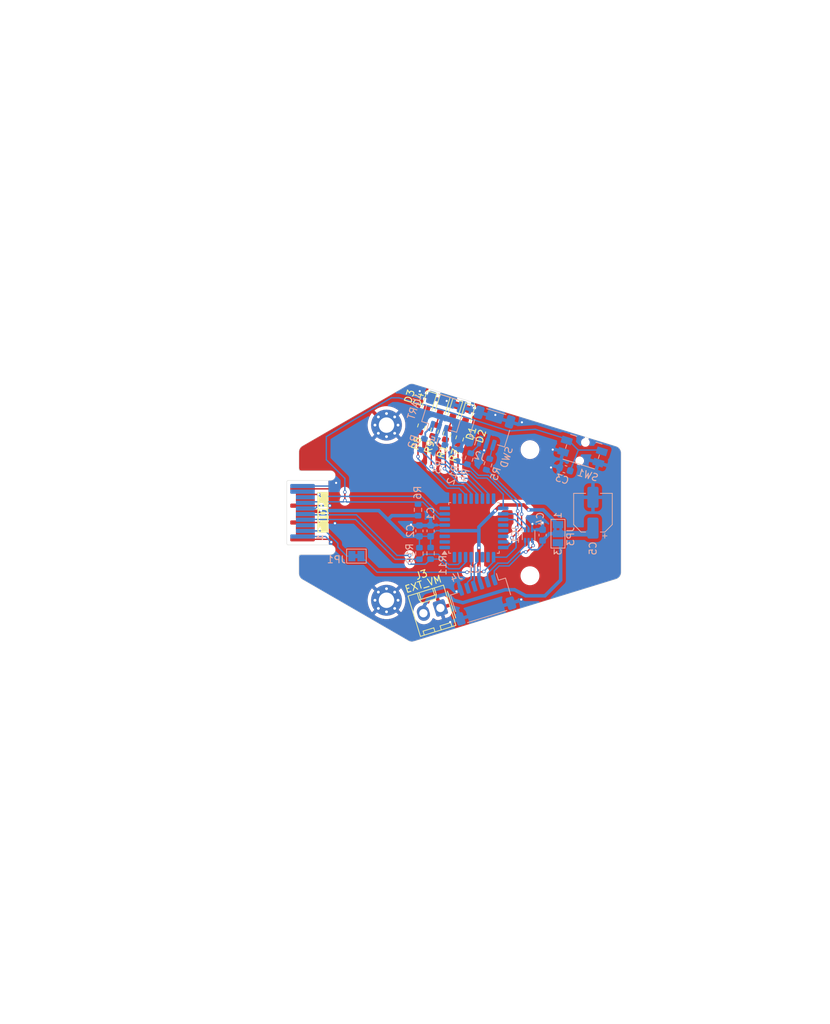
<source format=kicad_pcb>
(kicad_pcb (version 20240108) (generator "pcbnew") (generator_version "8.0")
  (layers (0 "F.Cu" signal) (31 "B.Cu" signal) (34 "B.Paste" user) (35 "F.Paste" user) (36 "B.SilkS" user "B.Silkscreen") (37 "F.SilkS" user "F.Silkscreen") (38 "B.Mask" user) (39 "F.Mask" user) (44 "Edge.Cuts" user))
  (net 0 "")
  (net 1 "/LS_A")
  (net 2 "/LS_B")
  (net 3 "/SDA")
  (net 4 "/SCL")
  (net 5 "/LS_D")
  (net 6 "/LS_E")
  (net 7 "/HS_F")
  (net 8 "/HS_G")
  (net 9 "/HS_H")
  (net 10 "/HS_I")
  (net 11 "Net-(D1-A)")
  (net 21 "GND")
  (net 22 "+3.3V")
  (net 23 "Net-(D2-A)")
  (net 24 "Net-(D3-A)")
  (net 25 "Net-(D4-A)")
  (net 26 "/PWM_DRIVE1")
  (net 27 "Net-(IC1-OUT1)")
  (net 28 "/PWM_DRIVE2")
  (net 29 "Net-(IC1-OUT2)")
  (net 30 "Net-(J2-Pin_1)")
  (net 31 "Net-(J2-Pin_3)")
  (net 32 "Net-(J3-Pin_2)")
  (net 33 "/ENC_B")
  (net 34 "/ENC_A")
  (net 35 "Net-(J5-Pin_3)")
  (net 36 "Net-(J5-Pin_1)")
  (net 37 "/SWDIO")
  (net 38 "/UART3_RX")
  (net 39 "/UART3_TX")
  (net 43 "Net-(U1-PA6)")
  (net 44 "Net-(U1-PA7)")
  (net 45 "/VM")
  (net 46 "/RST")
  (net 47 "/SWCLK-BOOT0")
  (net 48 "Net-(U1-PA4)")
  (net 49 "Net-(U1-PA5)")
  (footprint "nodular:nodule-edge-connector" (layer "F.Cu") (at 98.25 100)
    (property "Reference" "J1" (hide yes))
    (property "Value" "Nodule-Connector" (hide yes))
    (fp_line (start 0 4.4) (end 0 -4.4) (stroke (width 0.05)) (layer "Edge.Cuts"))
    (fp_line (start 6.25 -6) (end 2 -6) (stroke (width 0.05)) (layer "Edge.Cuts"))
    (fp_line (start 6.25 -4.6) (end 0.2 -4.6) (stroke (width 0.05)) (layer "Edge.Cuts"))
    (fp_line (start 6.25 4.6) (end 0.2 4.6) (stroke (width 0.05)) (layer "Edge.Cuts"))
    (fp_line (start 6.25 6) (end 2 6) (stroke (width 0.05)) (layer "Edge.Cuts"))
    (fp_arc (start 0 -4.4) (mid 0.058579 -4.541421) (end 0.2 -4.6) (stroke (width 0.05)) (layer "Edge.Cuts"))
    (fp_arc (start 0.2 4.6) (mid 0.058579 4.541421) (end 0 4.4) (stroke (width 0.05)) (layer "Edge.Cuts"))
    (fp_arc (start 6.25 -6) (mid 6.744975 -5.794975) (end 6.95 -5.3) (stroke (width 0.05)) (layer "Edge.Cuts"))
    (fp_arc (start 6.25 4.6) (mid 6.744975 4.805025) (end 6.95 5.3) (stroke (width 0.05)) (layer "Edge.Cuts"))
    (fp_arc (start 6.95 -5.3) (mid 6.744975 -4.805025) (end 6.25 -4.6) (stroke (width 0.05)) (layer "Edge.Cuts"))
    (fp_arc (start 6.95 5.3) (mid 6.744975 5.794975) (end 6.25 6) (stroke (width 0.05)) (layer "Edge.Cuts"))
  )
  (footprint "LED_SMD:LED_0603_1608Metric_Pad1.05x0.95mm_HandSolder" (layer "F.Cu") (at 122.2 85.5 -107.14)
    (property "Reference" "D1")
    (property "Value" "LED")
  )
  (footprint "LED_SMD:LED_0603_1608Metric_Pad1.05x0.95mm_HandSolder" (layer "F.Cu") (at 118.5 84.4 -107.14)
    (property "Reference" "D3")
    (property "Value" "LED")
  )
  (footprint "LED_SMD:LED_0603_1608Metric_Pad1.05x0.95mm_HandSolder" (layer "F.Cu") (at 124 86.1 -107.14)
    (property "Reference" "D2")
    (property "Value" "LED")
  )
  (footprint "Resistor_SMD:R_0603_1608Metric" (layer "F.Cu") (at 122.956866 89.4 -107.14)
    (property "Reference" "R7")
    (property "Value" "1kΩ")
  )
  (footprint "LED_SMD:LED_0603_1608Metric_Pad1.05x0.95mm_HandSolder" (layer "F.Cu") (at 120.4 84.9 -107.14)
    (property "Reference" "D4")
    (property "Value" "LED")
  )
  (footprint "MountingHole:MountingHole_2.2mm_M2_Pad_Via" (layer "F.Cu") (at 112.5 87.5)
    (property "Reference" "H2" (hide yes))
    (property "Value" "MountingHole_Pad")
  )
  (footprint "Resistor_SMD:R_0603_1608Metric" (layer "F.Cu") (at 121.156866 88.78836 72.86)
    (property "Reference" "R1")
    (property "Value" "1kΩ")
  )
  (footprint "MountingHole:MountingHole_2.2mm_M2" (layer "F.Cu") (at 133 109)
    (property "Reference" "H4" (hide yes))
    (property "Value" "MountingHole")
  )
  (footprint "Resistor_SMD:R_0603_1608Metric" (layer "F.Cu") (at 119.356866 88.28836 72.86)
    (property "Reference" "R9")
    (property "Value" "1kΩ")
  )
  (footprint "MountingHole:MountingHole_2.2mm_M2" (layer "F.Cu") (at 133 91)
    (property "Reference" "H3" (hide yes))
    (property "Value" "MountingHole")
  )
  (footprint "Resistor_SMD:R_0603_1608Metric" (layer "F.Cu") (at 117.5 87.7 72.86)
    (property "Reference" "R8")
    (property "Value" "1kΩ")
  )
  (footprint "Connector_Molex:Molex_KK-254_AE-6410-02A_1x02_P2.54mm_Vertical" (layer "F.Cu") (at 120.2 113.6 -162.86)
    (property "Reference" "J3")
    (property "Value" "EXT_VM")
  )
  (footprint "MountingHole:MountingHole_2.2mm_M2_Pad_Via" (layer "F.Cu") (at 112.5 112.5)
    (property "Reference" "H1" (hide yes))
    (property "Value" "MountingHole_Pad")
  )
  (footprint "Resistor_SMD:R_0603_1608Metric" (layer "B.Cu") (at 117.65 90.25 72.861)
    (property "Reference" "R2")
    (property "Value" "100Ω")
  )
  (footprint "Capacitor_SMD:CP_Elec_5x5.4" (layer "B.Cu") (at 142 100 90)
    (property "Reference" "C5")
    (property "Value" "22µF")
  )
  (footprint "Connector_JST:JST_SH_SM03B-SRSS-TB_1x03-1MP_P1.00mm_Horizontal" (layer "B.Cu") (at 127.4 88.15 -17.14)
    (property "Reference" "J2")
    (property "Value" "SWD")
  )
  (footprint "Resistor_SMD:R_0603_1608Metric" (layer "B.Cu") (at 127 93.1 72.861)
    (property "Reference" "R5")
    (property "Value" "100Ω")
  )
  (footprint "Package_QFP:LQFP-32_7x7mm_P0.8mm" (layer "B.Cu") (at 125 102.175)
    (property "Reference" "U1")
    (property "Value" "STM32G070KBTx")
  )
  (footprint "Resistor_SMD:R_0603_1608Metric" (layer "B.Cu") (at 124.3 92.3 72.861)
    (property "Reference" "R4")
    (property "Value" "100Ω")
  )
  (footprint "Resistor_SMD:R_0603_1608Metric" (layer "B.Cu") (at 118.8 105.8 -90)
    (property "Reference" "R11")
    (property "Value" "2.2kΩ")
  )
  (footprint "Connector_JST:JST_SH_SM03B-SRSS-TB_1x03-1MP_P1.00mm_Horizontal" (layer "B.Cu") (at 120.55 86.05 -17.14)
    (property "Reference" "J5")
    (property "Value" "UART")
  )
  (footprint "Capacitor_SMD:C_0603_1608Metric" (layer "B.Cu") (at 134.8 103.2 -90)
    (property "Reference" "C4")
    (property "Value" "100nF")
  )
  (footprint "Capacitor_SMD:C_0603_1608Metric" (layer "B.Cu") (at 117.2 102.6 -90)
    (property "Reference" "C2")
    (property "Value" "4.7µF")
  )
  (footprint "Resistor_SMD:R_0603_1608Metric" (layer "B.Cu") (at 120.6 91.15 72.861)
    (property "Reference" "R3")
    (property "Value" "100Ω")
  )
  (footprint "Button_Switch_SMD:Panasonic_EVQPUL_EVQPUC" (layer "B.Cu") (at 140.507916 91.285857 162.86)
    (property "Reference" "SW1")
    (property "Value" "SW_Push")
  )
  (footprint "Resistor_SMD:R_0603_1608Metric" (layer "B.Cu") (at 122.8 91.8 72.861)
    (property "Reference" "R12")
    (property "Value" "10kΩ")
  )
  (footprint "Jumper:SolderJumper-2_P1.3mm_Bridged_Pad1.0x1.5mm" (layer "B.Cu") (at 108.2 106.2)
    (property "Reference" "JP1")
    (property "Value" "BL")
  )
  (footprint "Capacitor_SMD:C_0603_1608Metric" (layer "B.Cu") (at 138 93.8 162.86)
    (property "Reference" "C3")
    (property "Value" "100nF")
  )
  (footprint "Package_TO_SOT_SMD:SOT-563" (layer "B.Cu") (at 132.8 103.2 -90)
    (property "Reference" "IC1")
    (property "Value" "DRV8210")
  )
  (footprint "Capacitor_SMD:C_0603_1608Metric" (layer "B.Cu") (at 118.8 102.6 -90)
    (property "Reference" "C1")
    (property "Value" "100nF")
  )
  (footprint "Jumper:SolderJumper-3_P1.3mm_Bridged2Bar12_Pad1.0x1.5mm_NumberLabels" (layer "B.Cu") (at 137 103 -90)
    (property "Reference" "JP3")
    (property "Value" "Jumper_3_Bridged12")
  )
  (footprint "Connector_JST:JST_SH_SM06B-SRSS-TB_1x06-1MP_P1.00mm_Horizontal" (layer "B.Cu") (at 126.1 112.25 -162.86)
    (property "Reference" "J4")
    (property "Value" "MMME")
  )
  (footprint "Resistor_SMD:R_0603_1608Metric" (layer "B.Cu") (at 117.2 105.825 -90)
    (property "Reference" "R10")
    (property "Value" "2.2kΩ")
  )
  (footprint "Resistor_SMD:R_0603_1608Metric" (layer "B.Cu") (at 117 99.6 90)
    (property "Reference" "R6")
    (property "Value" "10kΩ")
  )
  (gr_line (start 100.5 90.473725) (end 115.6226 81.742686) (stroke (width 0.05)) (layer "Edge.Cuts"))
  (gr_arc (start 100.25 94) (mid 100.073223 93.926777) (end 100 93.75) (stroke (width 0.1)) (layer "Edge.Cuts"))
  (gr_arc (start 116.416524 118.347112) (mid 116.010203 118.384947) (end 115.6226 118.257308) (stroke (width 0.05)) (layer "Edge.Cuts"))
  (gr_line (start 100.5 109.526269) (end 115.6226 118.257308) (stroke (width 0.05)) (layer "Edge.Cuts"))
  (gr_line (start 100 93.75) (end 100 91.33975) (stroke (width 0.05)) (layer "Edge.Cuts"))
  (gr_line (start 145.293924 109.467123) (end 116.416524 118.347112) (stroke (width 0.05)) (layer "Edge.Cuts"))
  (gr_arc (start 115.6226 81.742686) (mid 116.010203 81.615048) (end 116.416524 81.652882) (stroke (width 0.05)) (layer "Edge.Cuts"))
  (gr_arc (start 100 91.33975) (mid 100.133975 90.83975) (end 100.5 90.473725) (stroke (width 0.05)) (layer "Edge.Cuts"))
  (gr_arc (start 146 108.511294) (mid 145.804342 109.105467) (end 145.293924 109.467123) (stroke (width 0.05)) (layer "Edge.Cuts"))
  (gr_line (start 100 106.25) (end 100 108.660243) (stroke (width 0.05)) (layer "Edge.Cuts"))
  (gr_arc (start 100 106.25) (mid 100.073223 106.073223) (end 100.25 106) (stroke (width 0.1)) (layer "Edge.Cuts"))
  (gr_line (start 116.416524 81.652882) (end 145.293924 90.532877) (stroke (width 0.05)) (layer "Edge.Cuts"))
  (gr_arc (start 100.5 109.526269) (mid 100.133975 109.160243) (end 100 108.660243) (stroke (width 0.05)) (layer "Edge.Cuts"))
  (gr_arc (start 145.293924 90.532877) (mid 145.80434 90.894536) (end 146 91.488706) (stroke (width 0.05)) (layer "Edge.Cuts"))
  (gr_line (start 146 91.488706) (end 146 108.511294) (stroke (width 0.05)) (layer "Edge.Cuts"))
  (segment (start 106.85 106.2) (end 107.55 106.2) (width 0.2) (layer "B.Cu") (net 1))
  (segment (start 100.9 102.6) (end 103.777818 102.6) (width 0.2) (layer "B.Cu") (net 1))
  (segment (start 105.55 104.372182) (end 105.55 104.9) (width 0.2) (layer "B.Cu") (net 1))
  (segment (start 103.777818 102.6) (end 105.55 104.372182) (width 0.2) (layer "B.Cu") (net 1))
  (segment (start 105.55 104.9) (end 106.85 106.2) (width 0.2) (layer "B.Cu") (net 1))
  (segment (start 100.9 101) (end 100.931587 100.968413) (width 0.2) (layer "B.Cu") (net 3))
  (segment (start 108.068413 100.968413) (end 113.75 106.65) (width 0.2) (layer "B.Cu") (net 3))
  (segment (start 123 107.099999) (end 122.699999 107.4) (width 0.2) (layer "B.Cu") (net 3))
  (segment (start 117.925 105.925) (end 117.2 106.65) (width 0.2) (layer "B.Cu") (net 3))
  (segment (start 121.365686 107.4) (end 119.890686 105.925) (width 0.2) (layer "B.Cu") (net 3))
  (segment (start 113.75 106.65) (end 117.2 106.65) (width 0.2) (layer "B.Cu") (net 3))
  (segment (start 122.699999 107.4) (end 121.365686 107.4) (width 0.2) (layer "B.Cu") (net 3))
  (segment (start 123 106.35) (end 123 107.099999) (width 0.2) (layer "B.Cu") (net 3))
  (segment (start 119.890686 105.925) (end 117.925 105.925) (width 0.2) (layer "B.Cu") (net 3))
  (segment (start 100.931587 100.968413) (end 108.068413 100.968413) (width 0.2) (layer "B.Cu") (net 3))
  (segment (start 115.8 106.1) (end 115.8 107.2) (width 0.2) (layer "F.Cu") (net 4))
  (via (at 115.8 106.1) (size 0.5) (drill 0.3) (layers "F.Cu" "B.Cu") (net 4))
  (via (at 115.8 107.2) (size 0.5) (drill 0.3) (layers "F.Cu" "B.Cu") (net 4))
  (segment (start 101 100.3) (end 108.2 100.3) (width 0.2) (layer "B.Cu") (net 4))
  (segment (start 115.8 107.2) (end 115.95 107.35) (width 0.2) (layer "B.Cu") (net 4))
  (segment (start 123.8 107.099999) (end 122.899999 108) (width 0.2) (layer "B.Cu") (net 4))
  (segment (start 120.025 106.625) (end 118.8 106.625) (width 0.2) (layer "B.Cu") (net 4))
  (segment (start 123.8 106.35) (end 123.8 107.099999) (width 0.2) (layer "B.Cu") (net 4))
  (segment (start 118.075 107.35) (end 118.8 106.625) (width 0.2) (layer "B.Cu") (net 4))
  (segment (start 108.2 100.3) (end 114 106.1) (width 0.2) (layer "B.Cu") (net 4))
  (segment (start 100.9 100.2) (end 101 100.3) (width 0.2) (layer "B.Cu") (net 4))
  (segment (start 115.95 107.35) (end 118.075 107.35) (width 0.2) (layer "B.Cu") (net 4))
  (segment (start 121.4 108) (end 120.025 106.625) (width 0.2) (layer "B.Cu") (net 4))
  (segment (start 114 106.1) (end 115.8 106.1) (width 0.2) (layer "B.Cu") (net 4))
  (segment (start 122.899999 108) (end 121.4 108) (width 0.2) (layer "B.Cu") (net 4))
  (segment (start 100.902433 97.397567) (end 100.9 97.4) (width 0.2) (layer "F.Cu") (net 7))
  (segment (start 102.81074 97.397567) (end 100.902433 97.397567) (width 0.2) (layer "F.Cu") (net 7))
  (via (at 102.81074 97.397567) (size 0.5) (drill 0.3) (layers "F.Cu" "B.Cu") (net 7))
  (segment (start 117.475 97.675) (end 119.975 100.175) (width 0.2) (layer "B.Cu") (net 7))
  (segment (start 102.81074 97.397567) (end 103.088173 97.675) (width 0.2) (layer "B.Cu") (net 7))
  (segment (start 119.975 100.175) (end 120.825 100.175) (width 0.2) (layer "B.Cu") (net 7))
  (segment (start 103.088173 97.675) (end 117.475 97.675) (width 0.2) (layer "B.Cu") (net 7))
  (segment (start 121.942131 86.336139) (end 121.4 88) (width 0.2) (layer "F.Cu") (net 11))
  (segment (start 105.3 95.75) (end 104.45 96.6) (width 0.2) (layer "F.Cu") (net 21))
  (segment (start 104.6 104.2) (end 104.2 103.8) (width 0.2) (layer "F.Cu") (net 21))
  (segment (start 104.2 103.8) (end 100.5 103.8) (width 0.2) (layer "F.Cu") (net 21))
  (segment (start 104.4 99) (end 100.5 99) (width 0.2) (layer "F.Cu") (net 21))
  (segment (start 105.013174 101.4) (end 105.131587 101.518413) (width 0.2) (layer "F.Cu") (net 21))
  (segment (start 100.5 101.4) (end 105.013174 101.4) (width 0.2) (layer "F.Cu") (net 21))
  (segment (start 104.45 96.6) (end 100.5 96.6) (width 0.2) (layer "F.Cu") (net 21))
  (via (at 124.8 84.7) (size 0.5) (drill 0.3) (layers "F.Cu" "B.Cu") (net 21))
  (via (at 105.131587 101.518413) (size 0.5) (drill 0.3) (layers "F.Cu" "B.Cu") (net 21))
  (via (at 122.5 111.25) (size 0.5) (drill 0.3) (layers "F.Cu" "B.Cu") (net 21))
  (via (at 136.25 91) (size 0.5) (drill 0.3) (layers "F.Cu" "B.Cu") (net 21))
  (via (at 131.85 87.1) (size 0.5) (drill 0.3) (layers "F.Cu" "B.Cu") (net 21))
  (via (at 105.3 95.75) (size 0.5) (drill 0.3) (layers "F.Cu" "B.Cu") (net 21))
  (via (at 131.75 112.4) (size 0.5) (drill 0.3) (layers "F.Cu" "B.Cu") (net 21))
  (via (at 121.1 84.05) (size 0.5) (drill 0.3) (layers "F.Cu" "B.Cu") (net 21))
  (via (at 134.8 101.4) (size 0.5) (drill 0.3) (layers "F.Cu" "B.Cu") (net 21))
  (via (at 104.6 104.2) (size 0.5) (drill 0.3) (layers "F.Cu" "B.Cu") (net 21))
  (via (at 128.05 86.05) (size 0.5) (drill 0.3) (layers "F.Cu" "B.Cu") (net 21))
  (via (at 117.25 82.65) (size 0.5) (drill 0.3) (layers "F.Cu" "B.Cu") (net 21))
  (via (at 116 101.7) (size 0.5) (drill 0.3) (layers "F.Cu" "B.Cu") (net 21))
  (via (at 136 93.55) (size 0.5) (drill 0.3) (layers "F.Cu" "B.Cu") (net 21))
  (via (at 126.45 91.1) (size 0.5) (drill 0.3) (layers "F.Cu" "B.Cu") (net 21))
  (via (at 121.6 115.6) (size 0.5) (drill 0.3) (layers "F.Cu" "B.Cu") (net 21))
  (via (at 133.35 101.6) (size 0.5) (drill 0.3) (layers "F.Cu" "B.Cu") (net 21))
  (via (at 104.4 99) (size 0.5) (drill 0.3) (layers "F.Cu" "B.Cu") (net 21))
  (via (at 119.5 90) (size 0.5) (drill 0.3) (layers "F.Cu" "B.Cu") (net 21))
  (segment (start 137.841081 91.138642) (end 136.388642 91.138642) (width 0.2) (layer "B.Cu") (net 21))
  (segment (start 126.810585 90.739415) (end 126.45 91.1) (width 0.2) (layer "B.Cu") (net 21))
  (segment (start 102.744323 99) (end 104.4 99) (width 0.2) (layer "B.Cu") (net 21))
  (segment (start 133.3 101.65) (end 133.3 102.45) (width 0.2) (layer "B.Cu") (net 21))
  (segment (start 100.9 99.4) (end 102.344323 99.4) (width 0.2) (layer "B.Cu") (net 21))
  (segment (start 137.31884 93.443204) (end 136.106796 93.443204) (width 0.2) (layer "B.Cu") (net 21))
  (segment (start 126.810585 89.811175) (end 126.810585 90.739415) (width 0.2) (layer "B.Cu") (net 21))
  (segment (start 136.106796 93.443204) (end 136 93.55) (width 0.2) (layer "B.Cu") (net 21))
  (segment (start 102.344323 99.4) (end 102.744323 99) (width 0.2) (layer "B.Cu") (net 21))
  (segment (start 119.960585 87.961175) (end 120.160158 87.725075) (width 0.2) (layer "B.Cu") (net 21))
  (segment (start 104.85 96.2) (end 105.3 95.75) (width 0.2) (layer "B.Cu") (net 21))
  (segment (start 118.8 101.825) (end 117.2 101.825) (width 0.2) (layer "B.Cu") (net 21))
  (segment (start 100.5 96.2) (end 104.85 96.2) (width 0.2) (layer "B.Cu") (net 21))
  (segment (start 117.2 101.825) (end 116.125 101.825) (width 0.2) (layer "B.Cu") (net 21))
  (segment (start 123.221616 111.325594) (end 122.575594 111.325594) (width 0.2) (layer "B.Cu") (net 21))
  (segment (start 118.85 101.775) (end 118.8 101.825) (width 0.2) (layer "B.Cu") (net 21))
  (segment (start 122.575594 111.325594) (end 122.5 111.25) (width 0.2) (layer "B.Cu") (net 21))
  (segment (start 104.6 104.2) (end 103.8 103.4) (width 0.2) (layer "B.Cu") (net 21))
  (segment (start 136.388642 91.138642) (end 136.25 91) (width 0.2) (layer "B.Cu") (net 21))
  (segment (start 134.8 102.425) (end 134.8 101.4) (width 0.2) (layer "B.Cu") (net 21))
  (segment (start 119.5 90) (end 119.960585 87.961175) (width 0.2) (layer "B.Cu") (net 21))
  (segment (start 103.8 103.4) (end 100.5 103.4) (width 0.2) (layer "B.Cu") (net 21))
  (segment (start 133.35 101.6) (end 133.3 101.65) (width 0.2) (layer "B.Cu") (net 21))
  (segment (start 120.825 101.775) (end 118.85 101.775) (width 0.2) (layer "B.Cu") (net 21))
  (segment (start 116.125 101.825) (end 116 101.7) (width 0.2) (layer "B.Cu") (net 21))
  (segment (start 103.05 99.8) (end 100.9 99.8) (width 0.5) (layer "F.Cu") (net 22))
  (segment (start 103.15 99.7) (end 103.05 99.8) (width 0.5) (layer "F.Cu") (net 22))
  (segment (start 132.1 98.9) (end 132.8 99.6) (width 0.5) (layer "F.Cu") (net 22))
  (segment (start 100.9 99.8) (end 100.9 100.6) (width 0.3) (layer "F.Cu") (net 22))
  (segment (start 125.7 107.9) (end 125.7 107.5) (width 0.5) (layer "F.Cu") (net 22))
  (segment (start 128.016966 99.722089) (end 128.839055 98.9) (width 0.5) (layer "F.Cu") (net 22))
  (segment (start 125.7 107.5) (end 125.7 105) (width 0.5) (layer "F.Cu") (net 22))
  (segment (start 128.839055 98.9) (end 132.1 98.9) (width 0.5) (layer "F.Cu") (net 22))
  (via (at 125.7 107.9) (size 0.5) (drill 0.3) (layers "F.Cu" "B.Cu") (net 22))
  (via (at 103.15 99.7) (size 0.5) (drill 0.3) (layers "F.Cu" "B.Cu") (net 22))
  (via (at 132.8 99.6) (size 0.5) (drill 0.3) (layers "F.Cu" "B.Cu") (net 22))
  (via (at 128.016966 99.722089) (size 0.5) (drill 0.3) (layers "F.Cu" "B.Cu") (net 22))
  (via (at 125.7 105) (size 0.5) (drill 0.3) (layers "F.Cu" "B.Cu") (net 22))
  (segment (start 132.8 99.6) (end 134.9 99.6) (width 0.5) (layer "B.Cu") (net 22))
  (segment (start 117.2 103.375) (end 115.075 103.375) (width 0.5) (layer "B.Cu") (net 22))
  (segment (start 125.7 109.2) (end 125.7 107.9) (width 0.5) (layer "B.Cu") (net 22))
  (segment (start 103.15 99.7) (end 111.4 99.7) (width 0.5) (layer "B.Cu") (net 22))
  (segment (start 111.4 99.7) (end 112.7 101) (width 0.5) (layer "B.Cu") (net 22))
  (segment (start 119.6 102.575) (end 118.8 103.375) (width 0.2) (layer "B.Cu") (net 22))
  (segment (start 125.7 102.575) (end 120.825 102.575) (width 0.5) (layer "B.Cu") (net 22))
  (segment (start 125.988379 110.191471) (end 125.7 109.2) (width 0.5) (layer "B.Cu") (net 22))
  (segment (start 120.825 102.575) (end 119.6 102.575) (width 0.2) (layer "B.Cu") (net 22))
  (segment (start 134.9 99.6) (end 137 101.7) (width 0.5) (layer "B.Cu") (net 22))
  (segment (start 118.8 104.975) (end 118.8 103.375) (width 0.2) (layer "B.Cu") (net 22))
  (segment (start 117.2 105) (end 117.2 103.375) (width 0.2) (layer "B.Cu") (net 22))
  (segment (start 125.7 102.039055) (end 128.016966 99.722089) (width 0.5) (layer "B.Cu") (net 22))
  (segment (start 125.7 102.575) (end 125.7 102.039055) (width 0.5) (layer "B.Cu") (net 22))
  (segment (start 115.075 103.375) (end 112.7 101) (width 0.5) (layer "B.Cu") (net 22))
  (segment (start 118.8 103.375) (end 117.2 103.375) (width 0.2) (layer "B.Cu") (net 22))
  (segment (start 117 100.425) (end 113.275 100.425) (width 0.5) (layer "B.Cu") (net 22))
  (segment (start 125.7 105) (end 125.7 102.575) (width 0.5) (layer "B.Cu") (net 22))
  (segment (start 113.275 100.425) (end 112.7 101) (width 0.5) (layer "B.Cu") (net 22))
  (segment (start 123.742131 86.936139) (end 123.2 88.61164) (width 0.2) (layer "F.Cu") (net 23))
  (segment (start 118.242131 85.236139) (end 117.743134 86.91164) (width 0.2) (layer "F.Cu") (net 24))
  (segment (start 120.142131 85.736139) (end 119.6 87.5) (width 0.2) (layer "F.Cu") (net 25))
  (segment (start 129.175 100.175) (end 130.874999 100.175) (width 0.2) (layer "B.Cu") (net 26))
  (segment (start 130.874999 100.175) (end 132.8 102.100001) (width 0.2) (layer "B.Cu") (net 26))
  (segment (start 132.8 102.100001) (end 132.8 102.450001) (width 0.2) (layer "B.Cu") (net 26))
  (segment (start 129.8 107.2) (end 128.4 107.2) (width 0.2) (layer "B.Cu") (net 27))
  (segment (start 126.943966 108.656034) (end 126.943966 109.896763) (width 0.2) (layer "B.Cu") (net 27))
  (segment (start 132.3 104.7) (end 129.8 107.2) (width 0.2) (layer "B.Cu") (net 27))
  (segment (start 128.4 107.2) (end 126.943966 108.656034) (width 0.2) (layer "B.Cu") (net 27))
  (segment (start 132.3 103.95) (end 132.3 104.7) (width 0.2) (layer "B.Cu") (net 27))
  (segment (start 130.825 100.975) (end 129.175 100.975) (width 0.2) (layer "B.Cu") (net 28))
  (segment (start 132.3 102.45) (end 130.825 100.975) (width 0.2) (layer "B.Cu") (net 28))
  (segment (start 132.55 105.6) (end 133.463909 104.686091) (width 0.2) (layer "F.Cu") (net 29))
  (segment (start 132.4 105.6) (end 132.55 105.6) (width 0.2) (layer "F.Cu") (net 29))
  (via (at 132.4 105.6) (size 0.5) (drill 0.3) (layers "F.Cu" "B.Cu") (net 29))
  (via (at 133.463909 104.686091) (size 0.5) (drill 0.3) (layers "F.Cu" "B.Cu") (net 29))
  (segment (start 130 107.6) (end 128.6 107.6) (width 0.2) (layer "B.Cu") (net 29))
  (segment (start 128.6 107.6) (end 127.899554 108.300446) (width 0.2) (layer "B.Cu") (net 29))
  (segment (start 132 105.6) (end 130 107.6) (width 0.2) (layer "B.Cu") (net 29))
  (segment (start 127.899554 108.300446) (end 127.899554 109.602056) (width 0.2) (layer "B.Cu") (net 29))
  (segment (start 133.463909 104.113909) (end 133.3 103.95) (width 0.2) (layer "B.Cu") (net 29))
  (segment (start 133.463909 104.686091) (end 133.463909 104.113909) (width 0.2) (layer "B.Cu") (net 29))
  (segment (start 132.4 105.6) (end 132 105.6) (width 0.2) (layer "B.Cu") (net 29))
  (segment (start 124.74312 91.311636) (end 125.854997 90.199759) (width 0.2) (layer "B.Cu") (net 30))
  (segment (start 125.854997 90.199759) (end 125.854997 89.516467) (width 0.2) (layer "B.Cu") (net 30))
  (segment (start 127.24312 92.311636) (end 127.766172 90.105883) (width 0.2) (layer "B.Cu") (net 31))
  (segment (start 129.45 111) (end 130.8 111) (width 0.5) (layer "B.Cu") (net 32))
  (segment (start 130.8 111) (end 132.4 111.865381) (width 0.5) (layer "B.Cu") (net 32))
  (segment (start 135.134619 111.865381) (end 137.38312 109.61688) (width 0.5) (layer "B.Cu") (net 32))
  (segment (start 137.38312 109.61688) (end 137.38312 104.242264) (width 0.5) (layer "B.Cu") (net 32))
  (segment (start 123.4 112.85) (end 129.45 111) (width 0.5) (layer "B.Cu") (net 32))
  (segment (start 118.45 112.3) (end 121.15 111.55) (width 0.5) (layer "B.Cu") (net 32))
  (segment (start 122.15 112.5) (end 123.4 112.85) (width 0.5) (layer "B.Cu") (net 32))
  (segment (start 117.772808 114.348557) (end 117.772808 113.493564) (width 0.5) (layer "B.Cu") (net 32))
  (segment (start 121.15 111.55) (end 122.15 112.5) (width 0.5) (layer "B.Cu") (net 32))
  (segment (start 132.4 111.865381) (end 135.134619 111.865381) (width 0.5) (layer "B.Cu") (net 32))
  (segment (start 117.772808 113.493564) (end 118.45 112.3) (width 0.5) (layer "B.Cu") (net 32))
  (segment (start 124.6 106.35) (end 124.6 109.398798) (width 0.2) (layer "B.Cu") (net 33))
  (segment (start 124.077204 109.921594) (end 124.077204 110.780886) (width 0.2) (layer "B.Cu") (net 33))
  (segment (start 124.6 109.398798) (end 124.077204 109.921594) (width 0.2) (layer "B.Cu") (net 33))
  (segment (start 125.4 106.35) (end 125.4 107.099999) (width 0.2) (layer "B.Cu") (net 34))
  (segment (start 125.4 107.099999) (end 125.032791 107.467208) (width 0.2) (layer "B.Cu") (net 34))
  (segment (start 125.032791 107.467208) (end 125.032791 110.486179) (width 0.2) (layer "B.Cu") (net 34))
  (segment (start 121.115745 89.939011) (end 121.115745 88.019782) (width 0.25) (layer "B.Cu") (net 35))
  (segment (start 120.94312 90.111636) (end 121.115745 89.939011) (width 0.25) (layer "B.Cu") (net 35))
  (segment (start 118.04312 89.211636) (end 118.04312 88.591819) (width 0.25) (layer "B.Cu") (net 36))
  (segment (start 118.04312 88.591819) (end 119.204571 87.430368) (width 0.25) (layer "B.Cu") (net 36))
  (segment (start 131.8 102.2) (end 130.4 103.6) (width 0.2) (layer "F.Cu") (net 37))
  (segment (start 131.8 100.2) (end 131.8 102.2) (width 0.2) (layer "F.Cu") (net 37))
  (via (at 131.8 100.2) (size 0.5) (drill 0.3) (layers "F.Cu" "B.Cu") (net 37))
  (via (at 130.4 103.6) (size 0.5) (drill 0.3) (layers "F.Cu" "B.Cu") (net 37))
  (segment (start 129.729506 104.975) (end 129.175 104.975) (width 0.2) (layer "B.Cu") (net 37))
  (segment (start 126.888364 93.888364) (end 126.75688 93.888364) (width 0.2) (layer "B.Cu") (net 37))
  (segment (start 130.4 104.304506) (end 129.729506 104.975) (width 0.2) (layer "B.Cu") (net 37))
  (segment (start 131.8 100.2) (end 131.8 98.8) (width 0.2) (layer "B.Cu") (net 37))
  (segment (start 131.8 98.8) (end 126.888364 93.888364) (width 0.2) (layer "B.Cu") (net 37))
  (segment (start 130.4 103.6) (end 130.4 104.304506) (width 0.2) (layer "B.Cu") (net 37))
  (segment (start 122.35283 94.5) (end 120.95283 93.1) (width 0.2) (layer "B.Cu") (net 38))
  (segment (start 119.468516 93.1) (end 117.40688 91.038364) (width 0.2) (layer "B.Cu") (net 38))
  (segment (start 127 97.250001) (end 124.249999 94.5) (width 0.2) (layer "B.Cu") (net 38))
  (segment (start 124.249999 94.5) (end 122.35283 94.5) (width 0.2) (layer "B.Cu") (net 38))
  (segment (start 120.95283 93.1) (end 119.468516 93.1) (width 0.2) (layer "B.Cu") (net 38))
  (segment (start 127 98) (end 127 97.250001) (width 0.2) (layer "B.Cu") (net 38))
  (segment (start 122.518516 94.1) (end 120.35688 91.938364) (width 0.2) (layer "B.Cu") (net 39))
  (segment (start 125.466379 95.063549) (end 124.50283 94.1) (width 0.2) (layer "B.Cu") (net 39))
  (segment (start 129.175 97.375) (end 126.863549 95.063549) (width 0.2) (layer "B.Cu") (net 39))
  (segment (start 126.863549 95.063549) (end 125.466379 95.063549) (width 0.2) (layer "B.Cu") (net 39))
  (segment (start 124.50283 94.1) (end 122.518516 94.1) (width 0.2) (layer "B.Cu") (net 39))
  (segment (start 129.175 99.375) (end 129.175 97.375) (width 0.2) (layer "B.Cu") (net 39))
  (segment (start 120.787506 93.712494) (end 120.913732 93.586268) (width 0.2) (layer "F.Cu") (net 43))
  (segment (start 120.913732 93.586268) (end 120.913732 89.57672) (width 0.2) (layer "F.Cu") (net 43))
  (via (at 120.787506 93.712494) (size 0.5) (drill 0.3) (layers "F.Cu" "B.Cu") (net 43))
  (segment (start 125.4 97.250001) (end 123.849999 95.7) (width 0.2) (layer "B.Cu") (net 43))
  (segment (start 123.849999 95.7) (end 122.775012 95.7) (width 0.2) (layer "B.Cu") (net 43))
  (segment (start 122.775012 95.7) (end 120.787506 93.712494) (width 0.2) (layer "B.Cu") (net 43))
  (segment (start 125.4 98) (end 125.4 97.250001) (width 0.2) (layer "B.Cu") (net 43))
  (segment (start 123.4 95.1) (end 123.4 94.8) (width 0.2) (layer "F.Cu") (net 44))
  (segment (start 123.4 94.8) (end 122.713732 94.113732) (width 0.2) (layer "F.Cu") (net 44))
  (segment (start 122.713732 94.113732) (end 122.713732 90.18836) (width 0.2) (layer "F.Cu") (net 44))
  (via (at 123.4 95.1) (size 0.5) (drill 0.3) (layers "F.Cu" "B.Cu") (net 44))
  (segment (start 124.049999 95.1) (end 123.4 95.1) (width 0.2) (layer "B.Cu") (net 44))
  (segment (start 126.2 98) (end 126.2 97.250001) (width 0.2) (layer "B.Cu") (net 44))
  (segment (start 126.2 97.250001) (end 124.049999 95.1) (width 0.2) (layer "B.Cu") (net 44))
  (segment (start 141.2 103) (end 142 102.2) (width 0.8) (layer "B.Cu") (net 45))
  (segment (start 134.8 104.6) (end 134.8 103.975) (width 0.25) (layer "B.Cu") (net 45))
  (segment (start 135.775 103) (end 137 103) (width 0.5) (layer "B.Cu") (net 45))
  (segment (start 134.8 103.975) (end 135.775 103) (width 0.5) (layer "B.Cu") (net 45))
  (segment (start 132.8 104.9) (end 133.2 105.3) (width 0.25) (layer "B.Cu") (net 45))
  (segment (start 134.1 105.3) (end 134.8 104.6) (width 0.25) (layer "B.Cu") (net 45))
  (segment (start 137 103) (end 141.2 103) (width 0.8) (layer "B.Cu") (net 45))
  (segment (start 132.8 103.949999) (end 132.8 104.9) (width 0.25) (layer "B.Cu") (net 45))
  (segment (start 133.2 105.3) (end 134.1 105.3) (width 0.25) (layer "B.Cu") (net 45))
  (segment (start 106.55 97.05) (end 106.55 98.25) (width 0.2) (layer "F.Cu") (net 46))
  (via (at 106.55 97.05) (size 0.5) (drill 0.3) (layers "F.Cu" "B.Cu") (net 46))
  (via (at 106.55 98.25) (size 0.5) (drill 0.3) (layers "F.Cu" "B.Cu") (net 46))
  (segment (start 103.9 92.45) (end 106.55 95.1) (width 0.2) (layer "B.Cu") (net 46))
  (segment (start 139.9 91.061358) (end 139.889299 91.061358) (width 0.2) (layer "B.Cu") (net 46))
  (segment (start 121.2 85.55) (end 116.3 84.15) (width 0.2) (layer "B.Cu") (net 46))
  (segment (start 120.175 100.975) (end 120.825 100.975) (width 0.2) (layer "B.Cu") (net 46))
  (segment (start 101.05 98.45) (end 106.35 98.45) (width 0.2) (layer "B.Cu") (net 46))
  (segment (start 107.75 86.8) (end 105.95 87.9) (width 0.2) (layer "B.Cu") (net 46))
  (segment (start 143.358919 91.061358) (end 139.9 91.061358) (width 0.2) (layer "B.Cu") (net 46))
  (segment (start 138.8 93.9) (end 139.9 91.061358) (width 0.2) (layer "B.Cu") (net 46))
  (segment (start 106.35 98.45) (end 106.55 98.25) (width 0.2) (layer "B.Cu") (net 46))
  (segment (start 116.3 84.15) (end 114.25 83.6) (width 0.2) (layer "B.Cu") (net 46))
  (segment (start 130 88.35) (end 121.2 85.55) (width 0.2) (layer "B.Cu") (net 46))
  (segment (start 106.575 98.25) (end 106.8 98.475) (width 0.2) (layer "B.Cu") (net 46))
  (segment (start 106.55 95.1) (end 106.55 97.05) (width 0.2) (layer "B.Cu") (net 46))
  (segment (start 105.95 87.9) (end 103.9 89.15) (width 0.2) (layer "B.Cu") (net 46))
  (segment (start 138.342084 89.514143) (end 133.75 88.1) (width 0.2) (layer "B.Cu") (net 46))
  (segment (start 133.75 88.1) (end 130 88.35) (width 0.2) (layer "B.Cu") (net 46))
  (segment (start 139.889299 91.061358) (end 138.342084 89.514143) (width 0.2) (layer "B.Cu") (net 46))
  (segment (start 114.25 83.6) (end 113.2 83.6) (width 0.2) (layer "B.Cu") (net 46))
  (segment (start 113.2 83.6) (end 107.75 86.8) (width 0.2) (layer "B.Cu") (net 46))
  (segment (start 117.675 98.475) (end 120.175 100.975) (width 0.2) (layer "B.Cu") (net 46))
  (segment (start 106.8 98.475) (end 117.675 98.475) (width 0.2) (layer "B.Cu") (net 46))
  (segment (start 100.9 98.6) (end 101.05 98.45) (width 0.2) (layer "B.Cu") (net 46))
  (segment (start 106.55 98.25) (end 106.575 98.25) (width 0.2) (layer "B.Cu") (net 46))
  (segment (start 103.9 89.15) (end 103.9 92.45) (width 0.2) (layer "B.Cu") (net 46))
  (segment (start 126.4 108.4) (end 126.35 108.45) (width 0.2) (layer "F.Cu") (net 47))
  (segment (start 126.35 108.45) (end 124.05 108.45) (width 0.2) (layer "F.Cu") (net 47))
  (segment (start 124.05 108.45) (end 124 108.5) (width 0.2) (layer "F.Cu") (net 47))
  (segment (start 131.245968 101.976214) (end 131.245968 99.771773) (width 0.2) (layer "F.Cu") (net 47))
  (segment (start 131.245968 99.771773) (end 131.247283 99.770458) (width 0.2) (layer "F.Cu") (net 47))
  (segment (start 131.111091 102.111091) (end 131.245968 101.976214) (width 0.2) (layer "F.Cu") (net 47))
  (via (at 126.4 108.4) (size 0.5) (drill 0.3) (layers "F.Cu" "B.Cu") (net 47))
  (via (at 124 108.5) (size 0.5) (drill 0.3) (layers "F.Cu" "B.Cu") (net 47))
  (via (at 131.247283 99.770458) (size 0.5) (drill 0.3) (layers "F.Cu" "B.Cu") (net 47))
  (via (at 131.111091 102.111091) (size 0.5) (drill 0.3) (layers "F.Cu" "B.Cu") (net 47))
  (segment (start 111.15 108.5) (end 108.85 106.2) (width 0.2) (layer "B.Cu") (net 47))
  (segment (start 127.8 107) (end 126.4 108.4) (width 0.2) (layer "B.Cu") (net 47))
  (segment (start 131.017157 102.205025) (end 131.017157 104.982843) (width 0.2) (layer "B.Cu") (net 47))
  (segment (start 131.2 98.8) (end 127.063549 94.663549) (width 0.2) (layer "B.Cu") (net 47))
  (segment (start 124.05688 93.088364) (end 123.05688 93.088364) (width 0.2) (layer "B.Cu") (net 47))
  (segment (start 125.632065 94.663549) (end 124.05688 93.088364) (width 0.2) (layer "B.Cu") (net 47))
  (segment (start 131.247283 99.770458) (end 131.2 99.723175) (width 0.2) (layer "B.Cu") (net 47))
  (segment (start 127.063549 94.663549) (end 125.632065 94.663549) (width 0.2) (layer "B.Cu") (net 47))
  (segment (start 124 108.5) (end 111.15 108.5) (width 0.2) (layer "B.Cu") (net 47))
  (segment (start 131.017157 104.982843) (end 129.65 106.35) (width 0.2) (layer "B.Cu") (net 47))
  (segment (start 129.65 106.35) (end 127.8 106.35) (width 0.2) (layer "B.Cu") (net 47))
  (segment (start 127.8 106.35) (end 127.8 107) (width 0.2) (layer "B.Cu") (net 47))
  (segment (start 131.2 99.723175) (end 131.2 98.8) (width 0.2) (layer "B.Cu") (net 47))
  (segment (start 131.111091 102.111091) (end 131.017157 102.205025) (width 0.2) (layer "B.Cu") (net 47))
  (segment (start 123.05688 93.088364) (end 122.55688 92.588364) (width 0.2) (layer "B.Cu") (net 47))
  (segment (start 117 88.745226) (end 117.256866 88.48836) (width 0.2) (layer "F.Cu") (net 48))
  (segment (start 117 92) (end 117 88.745226) (width 0.2) (layer "F.Cu") (net 48))
  (via (at 117 92) (size 0.5) (drill 0.3) (layers "F.Cu" "B.Cu") (net 48))
  (segment (start 123.8 98) (end 123.8 97.445494) (width 0.2) (layer "B.Cu") (net 48))
  (segment (start 121.2 96.5) (end 117 92.3) (width 0.2) (layer "B.Cu") (net 48))
  (segment (start 123.8 97.445494) (end 122.854506 96.5) (width 0.2) (layer "B.Cu") (net 48))
  (segment (start 117 92.3) (end 117 92) (width 0.2) (layer "B.Cu") (net 48))
  (segment (start 122.854506 96.5) (end 121.2 96.5) (width 0.2) (layer "B.Cu") (net 48))
  (segment (start 118.9 89.290452) (end 119.113732 89.07672) (width 0.2) (layer "F.Cu") (net 49))
  (segment (start 118.9 93.4) (end 118.9 89.290452) (width 0.2) (layer "F.Cu") (net 49))
  (via (at 118.9 93.4) (size 0.5) (drill 0.3) (layers "F.Cu" "B.Cu") (net 49))
  (segment (start 123.449999 96.1) (end 121.6 96.1) (width 0.2) (layer "B.Cu") (net 49))
  (segment (start 124.6 98) (end 124.6 97.250001) (width 0.2) (layer "B.Cu") (net 49))
  (segment (start 124.6 97.250001) (end 123.449999 96.1) (width 0.2) (layer "B.Cu") (net 49))
  (segment (start 121.6 96.1) (end 118.9 93.4) (width 0.2) (layer "B.Cu") (net 49))
  (zone (net 21) (net_name "GND") (layers "F&B.Cu") (connect_pads (clearance 0.5)) (min_thickness 0.25) (fill yes (thermal_gap 0.5) (thermal_bridge_width 0.5))
    (polygon (pts (xy 57.275 160.275) (xy 59.675 28.2) (xy 137.95 26.825) (xy 175.875 98.55) (xy 150.725 173.025) (xy 109.325 169.925)))
  )
  (zone (net 0) (net_name "") (layers "F&B.Cu") (connect_pads (clearance 0)) (min_thickness 0.25)
    (keepout (tracks allowed) (vias allowed) (pads allowed) (copperpour not_allowed) (footprints allowed))
    (fill (thermal_gap 0.5) (thermal_bridge_width 0.5))
    (polygon (pts (xy 98.25 95.01) (xy 104.2 95.01) (xy 104.27 105.08) (xy 98.25 105.1)))
  )
)
</source>
